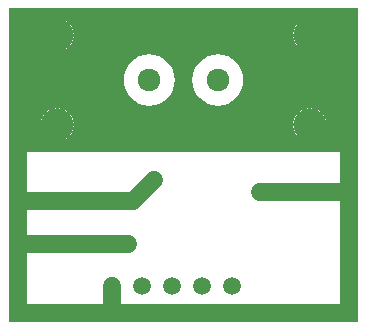
<source format=gbl>
G04 Layer_Physical_Order=2*
G04 Layer_Color=16711680*
%FSLAX43Y43*%
%MOMM*%
G71*
G01*
G75*
%ADD17C,1.500*%
%ADD18C,2.800*%
%ADD19C,1.920*%
%ADD20C,1.500*%
%ADD21R,10.305X1.242*%
G36*
X29800Y200D02*
X200D01*
Y26800D01*
X29800D01*
Y200D01*
D02*
G37*
%LPC*%
G36*
X4427Y18295D02*
Y17027D01*
X5695D01*
X5664Y17265D01*
X5523Y17606D01*
X5298Y17898D01*
X5006Y18123D01*
X4665Y18264D01*
X4427Y18295D01*
D02*
G37*
G36*
X4173Y18295D02*
X3935Y18264D01*
X3594Y18123D01*
X3302Y17898D01*
X3077Y17606D01*
X2936Y17265D01*
X2905Y17027D01*
X4173D01*
Y18295D01*
D02*
G37*
G36*
X25827D02*
Y17027D01*
X27095D01*
X27064Y17265D01*
X26923Y17606D01*
X26698Y17898D01*
X26406Y18123D01*
X26065Y18264D01*
X25827Y18295D01*
D02*
G37*
G36*
X25573D02*
X25335Y18264D01*
X24994Y18123D01*
X24702Y17898D01*
X24477Y17606D01*
X24336Y17265D01*
X24305Y17027D01*
X25573D01*
Y18295D01*
D02*
G37*
G36*
X4173Y16773D02*
X2905D01*
X2936Y16535D01*
X3077Y16194D01*
X3302Y15902D01*
X3594Y15677D01*
X3935Y15536D01*
X4173Y15505D01*
Y16773D01*
D02*
G37*
G36*
X5695D02*
X4427D01*
Y15505D01*
X4665Y15536D01*
X5006Y15677D01*
X5298Y15902D01*
X5523Y16194D01*
X5664Y16535D01*
X5695Y16773D01*
D02*
G37*
G36*
X28250Y14580D02*
X1750D01*
Y1750D01*
X10294D01*
X10421Y1646D01*
X10760Y1465D01*
X11128Y1353D01*
X11510Y1316D01*
X11892Y1353D01*
X12260Y1465D01*
X12599Y1646D01*
X12726Y1750D01*
X12834D01*
X12961Y1646D01*
X13300Y1465D01*
X13668Y1353D01*
X14050Y1316D01*
X14432Y1353D01*
X14800Y1465D01*
X15139Y1646D01*
X15266Y1750D01*
X15374D01*
X15501Y1646D01*
X15840Y1465D01*
X16208Y1353D01*
X16590Y1316D01*
X16972Y1353D01*
X17340Y1465D01*
X17679Y1646D01*
X17806Y1750D01*
X17914D01*
X18041Y1646D01*
X18380Y1465D01*
X18748Y1353D01*
X19130Y1316D01*
X19512Y1353D01*
X19880Y1465D01*
X20219Y1646D01*
X20346Y1750D01*
X28250D01*
Y14580D01*
D02*
G37*
G36*
X27095Y16773D02*
X25827D01*
Y15505D01*
X26065Y15536D01*
X26406Y15677D01*
X26698Y15902D01*
X26923Y16194D01*
X27064Y16535D01*
X27095Y16773D01*
D02*
G37*
G36*
X25573D02*
X24305D01*
X24336Y16535D01*
X24477Y16194D01*
X24702Y15902D01*
X24994Y15677D01*
X25335Y15536D01*
X25573Y15505D01*
Y16773D01*
D02*
G37*
G36*
X4173Y25895D02*
X3935Y25864D01*
X3594Y25723D01*
X3302Y25498D01*
X3077Y25206D01*
X2936Y24865D01*
X2905Y24627D01*
X4173D01*
Y25895D01*
D02*
G37*
G36*
X25573Y24373D02*
X24305D01*
X24336Y24135D01*
X24477Y23794D01*
X24702Y23502D01*
X24994Y23277D01*
X25335Y23136D01*
X25573Y23105D01*
Y24373D01*
D02*
G37*
G36*
X4427Y25895D02*
Y24627D01*
X5695D01*
X5664Y24865D01*
X5523Y25206D01*
X5298Y25498D01*
X5006Y25723D01*
X4665Y25864D01*
X4427Y25895D01*
D02*
G37*
G36*
X25827Y25895D02*
Y24627D01*
X27095D01*
X27064Y24865D01*
X26923Y25206D01*
X26698Y25498D01*
X26406Y25723D01*
X26065Y25864D01*
X25827Y25895D01*
D02*
G37*
G36*
X25573Y25895D02*
X25335Y25864D01*
X24994Y25723D01*
X24702Y25498D01*
X24477Y25206D01*
X24336Y24865D01*
X24305Y24627D01*
X25573D01*
Y25895D01*
D02*
G37*
G36*
X17900Y22870D02*
X17477Y22829D01*
X17069Y22705D01*
X16694Y22505D01*
X16365Y22235D01*
X16095Y21906D01*
X15895Y21531D01*
X15771Y21123D01*
X15730Y20700D01*
X15771Y20277D01*
X15895Y19869D01*
X16095Y19494D01*
X16365Y19165D01*
X16694Y18895D01*
X17069Y18695D01*
X17477Y18571D01*
X17900Y18530D01*
X18323Y18571D01*
X18731Y18695D01*
X19106Y18895D01*
X19435Y19165D01*
X19705Y19494D01*
X19905Y19869D01*
X20029Y20277D01*
X20070Y20700D01*
X20029Y21123D01*
X19905Y21531D01*
X19705Y21906D01*
X19435Y22235D01*
X19106Y22505D01*
X18731Y22705D01*
X18323Y22829D01*
X17900Y22870D01*
D02*
G37*
G36*
X12100D02*
X11677Y22829D01*
X11269Y22705D01*
X10894Y22505D01*
X10565Y22235D01*
X10295Y21906D01*
X10095Y21531D01*
X9971Y21123D01*
X9930Y20700D01*
X9971Y20277D01*
X10095Y19869D01*
X10295Y19494D01*
X10565Y19165D01*
X10894Y18895D01*
X11269Y18695D01*
X11677Y18571D01*
X12100Y18530D01*
X12523Y18571D01*
X12931Y18695D01*
X13306Y18895D01*
X13635Y19165D01*
X13905Y19494D01*
X14105Y19869D01*
X14229Y20277D01*
X14270Y20700D01*
X14229Y21123D01*
X14105Y21531D01*
X13905Y21906D01*
X13635Y22235D01*
X13306Y22505D01*
X12931Y22705D01*
X12523Y22829D01*
X12100Y22870D01*
D02*
G37*
G36*
X27095Y24373D02*
X25827D01*
Y23105D01*
X26065Y23136D01*
X26406Y23277D01*
X26698Y23502D01*
X26923Y23794D01*
X27064Y24135D01*
X27095Y24373D01*
D02*
G37*
G36*
X5695Y24373D02*
X4427D01*
Y23105D01*
X4665Y23136D01*
X5006Y23277D01*
X5298Y23502D01*
X5523Y23794D01*
X5664Y24135D01*
X5695Y24373D01*
D02*
G37*
G36*
X4173D02*
X2905D01*
X2936Y24135D01*
X3077Y23794D01*
X3302Y23502D01*
X3594Y23277D01*
X3935Y23136D01*
X4173Y23105D01*
Y24373D01*
D02*
G37*
%LPD*%
D17*
X14050Y3275D02*
D03*
X11510D02*
D03*
X8970D02*
D03*
X16590D02*
D03*
X19130D02*
D03*
X12475Y12225D02*
D03*
X21475Y11200D02*
D03*
X10275Y6775D02*
D03*
D18*
X4300Y24500D02*
D03*
Y16900D02*
D03*
X25700D02*
D03*
Y24500D02*
D03*
D19*
X12100Y20700D02*
D03*
X17900D02*
D03*
D20*
X8970Y961D02*
Y3275D01*
Y961D02*
X8992Y940D01*
X1022Y6775D02*
X10275D01*
X991Y6807D02*
X1022Y6775D01*
X10715Y10465D02*
X12475Y12225D01*
X1067Y10465D02*
X10715D01*
X991Y10541D02*
X1067Y10465D01*
X21475Y11200D02*
X28777D01*
X28931Y11354D01*
D21*
X15447Y1129D02*
D03*
M02*

</source>
